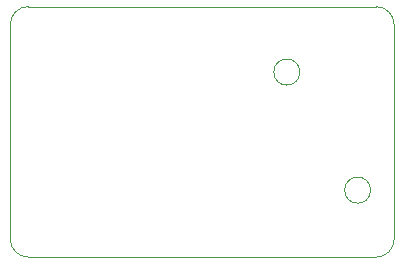
<source format=gm1>
G04 #@! TF.GenerationSoftware,KiCad,Pcbnew,(6.0.1-0)*
G04 #@! TF.CreationDate,2022-06-21T09:38:53-07:00*
G04 #@! TF.ProjectId,TapTap,54617054-6170-42e6-9b69-6361645f7063,rev?*
G04 #@! TF.SameCoordinates,Original*
G04 #@! TF.FileFunction,Profile,NP*
%FSLAX46Y46*%
G04 Gerber Fmt 4.6, Leading zero omitted, Abs format (unit mm)*
G04 Created by KiCad (PCBNEW (6.0.1-0)) date 2022-06-21 09:38:53*
%MOMM*%
%LPD*%
G01*
G04 APERTURE LIST*
G04 #@! TA.AperFunction,Profile*
%ADD10C,0.100000*%
G04 #@! TD*
G04 #@! TA.AperFunction,Profile*
%ADD11C,0.120000*%
G04 #@! TD*
G04 APERTURE END LIST*
D10*
X97409000Y-54356000D02*
G75*
G03*
X95885000Y-55880000I-1J-1523999D01*
G01*
X126873000Y-54356000D02*
X97409000Y-54356000D01*
X95885000Y-74041000D02*
G75*
G03*
X97409000Y-75565000I1523999J-1D01*
G01*
X128397000Y-55880000D02*
G75*
G03*
X126873000Y-54356000I-1523999J1D01*
G01*
X95885000Y-55880000D02*
X95885000Y-74041000D01*
X128397000Y-74041000D02*
X128397000Y-55880000D01*
X126873000Y-75565000D02*
G75*
G03*
X128397000Y-74041000I1J1523999D01*
G01*
X97409000Y-75565000D02*
X126873000Y-75565000D01*
D11*
X126401000Y-69897000D02*
G75*
G03*
X126401000Y-69897000I-1100000J0D01*
G01*
X120401000Y-59897000D02*
G75*
G03*
X120401000Y-59897000I-1100000J0D01*
G01*
M02*

</source>
